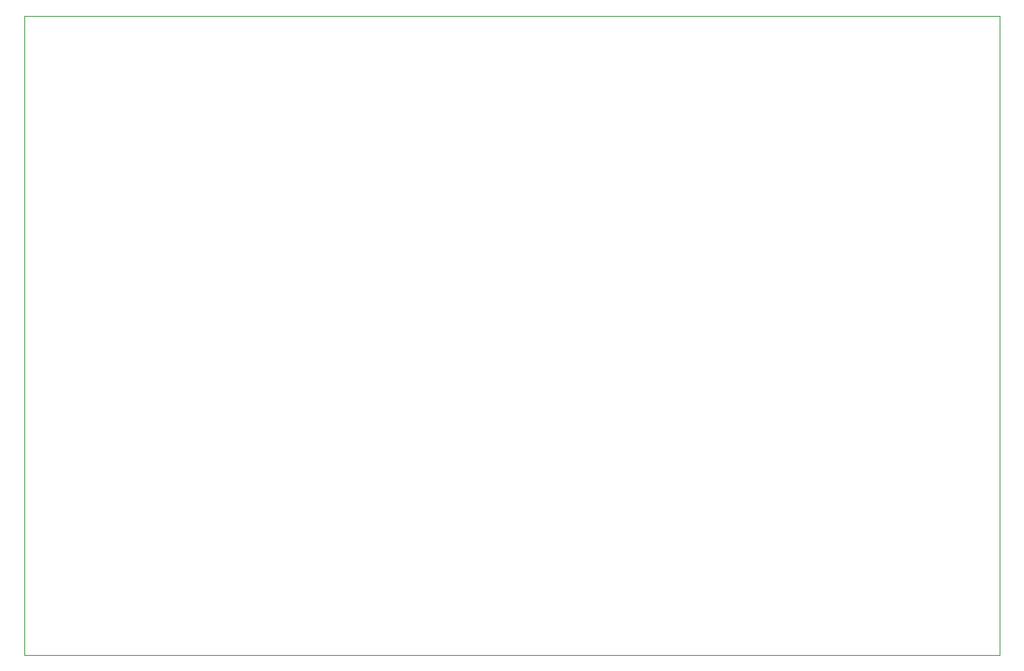
<source format=gbr>
%TF.GenerationSoftware,KiCad,Pcbnew,(5.1.12)-1*%
%TF.CreationDate,2023-01-10T02:34:13-06:00*%
%TF.ProjectId,NABU_IDE,4e414255-5f49-4444-952e-6b696361645f,rev?*%
%TF.SameCoordinates,Original*%
%TF.FileFunction,Profile,NP*%
%FSLAX46Y46*%
G04 Gerber Fmt 4.6, Leading zero omitted, Abs format (unit mm)*
G04 Created by KiCad (PCBNEW (5.1.12)-1) date 2023-01-10 02:34:13*
%MOMM*%
%LPD*%
G01*
G04 APERTURE LIST*
%TA.AperFunction,Profile*%
%ADD10C,0.050000*%
%TD*%
G04 APERTURE END LIST*
D10*
X66929000Y-127889000D02*
X59817000Y-127889000D01*
X66929000Y-56769000D02*
X59817000Y-56769000D01*
X167640000Y-127889000D02*
X168275000Y-127889000D01*
X167640000Y-56769000D02*
X168275000Y-56769000D01*
X167640000Y-127889000D02*
X66929000Y-127889000D01*
X168275000Y-56769000D02*
X168275000Y-127889000D01*
X66929000Y-56769000D02*
X167640000Y-56769000D01*
X59817000Y-127889000D02*
X59817000Y-56769000D01*
M02*

</source>
